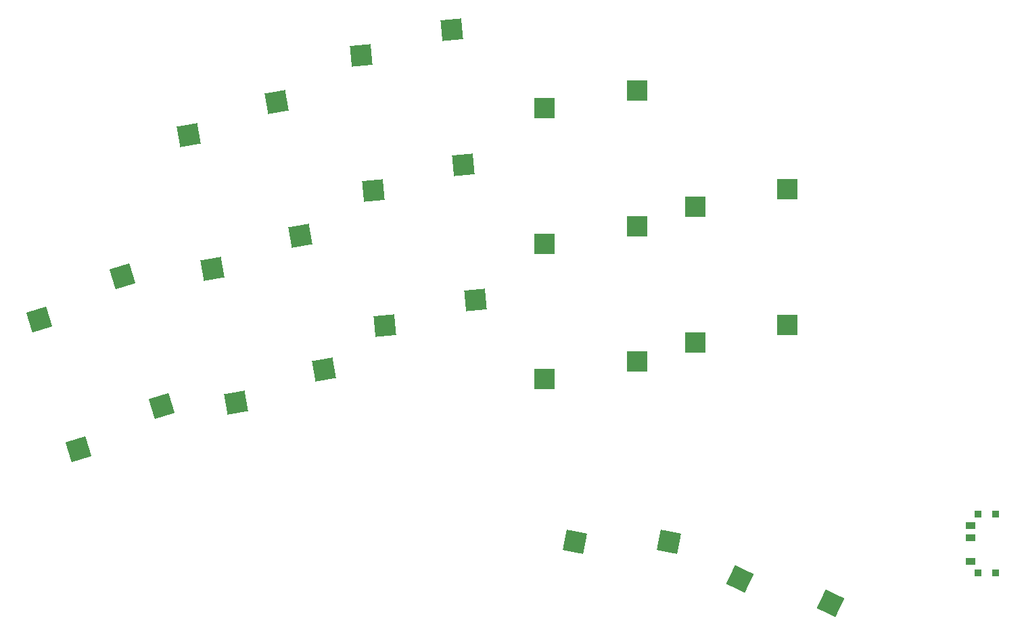
<source format=gtp>
%TF.GenerationSoftware,KiCad,Pcbnew,(6.0.4)*%
%TF.CreationDate,2022-05-15T18:09:05+02:00*%
%TF.ProjectId,battoota,62617474-6f6f-4746-912e-6b696361645f,v1.0.0*%
%TF.SameCoordinates,Original*%
%TF.FileFunction,Paste,Top*%
%TF.FilePolarity,Positive*%
%FSLAX46Y46*%
G04 Gerber Fmt 4.6, Leading zero omitted, Abs format (unit mm)*
G04 Created by KiCad (PCBNEW (6.0.4)) date 2022-05-15 18:09:05*
%MOMM*%
%LPD*%
G01*
G04 APERTURE LIST*
G04 Aperture macros list*
%AMRotRect*
0 Rectangle, with rotation*
0 The origin of the aperture is its center*
0 $1 length*
0 $2 width*
0 $3 Rotation angle, in degrees counterclockwise*
0 Add horizontal line*
21,1,$1,$2,0,0,$3*%
G04 Aperture macros list end*
%ADD10R,0.900000X0.900000*%
%ADD11R,1.250000X0.900000*%
%ADD12RotRect,2.600000X2.600000X10.000000*%
%ADD13RotRect,2.600000X2.600000X5.000000*%
%ADD14R,2.600000X2.600000*%
%ADD15RotRect,2.600000X2.600000X334.000000*%
%ADD16RotRect,2.600000X2.600000X17.000000*%
%ADD17RotRect,2.600000X2.600000X349.000000*%
G04 APERTURE END LIST*
D10*
%TO.C,T1*%
X161400140Y52144619D03*
X163600140Y59544619D03*
X163600140Y52144619D03*
X161400140Y59544619D03*
D11*
X160425140Y53594619D03*
X160425140Y56594619D03*
X160425140Y58094619D03*
%TD*%
D12*
%TO.C,S11*%
X73579149Y111173371D03*
X62586645Y107001157D03*
%TD*%
D13*
%TO.C,S15*%
X96965604Y103326961D03*
X85651298Y100128683D03*
%TD*%
D14*
%TO.C,S21*%
X118686087Y95636017D03*
X107136087Y93436017D03*
%TD*%
%TO.C,S29*%
X137493280Y100228852D03*
X125943280Y98028852D03*
%TD*%
D15*
%TO.C,S33*%
X142877069Y48360327D03*
X131531581Y51446167D03*
%TD*%
D12*
%TO.C,S7*%
X79483187Y77689907D03*
X68490683Y73517693D03*
%TD*%
D16*
%TO.C,S5*%
X54234545Y89377494D03*
X43832443Y83896730D03*
%TD*%
D14*
%TO.C,S27*%
X137493280Y83228852D03*
X125943280Y81028852D03*
%TD*%
D12*
%TO.C,S9*%
X76531168Y94431639D03*
X65538664Y90259425D03*
%TD*%
D13*
%TO.C,S13*%
X98447252Y86391651D03*
X87132946Y83193373D03*
%TD*%
%TO.C,S17*%
X95483957Y120262271D03*
X84169651Y117063993D03*
%TD*%
D17*
%TO.C,S31*%
X122647284Y56030653D03*
X110889710Y56074917D03*
%TD*%
D16*
%TO.C,S3*%
X59204864Y73120313D03*
X48802762Y67639549D03*
%TD*%
D14*
%TO.C,S23*%
X118686087Y112636017D03*
X107136087Y110436017D03*
%TD*%
%TO.C,S19*%
X118686087Y78636017D03*
X107136087Y76436017D03*
%TD*%
M02*

</source>
